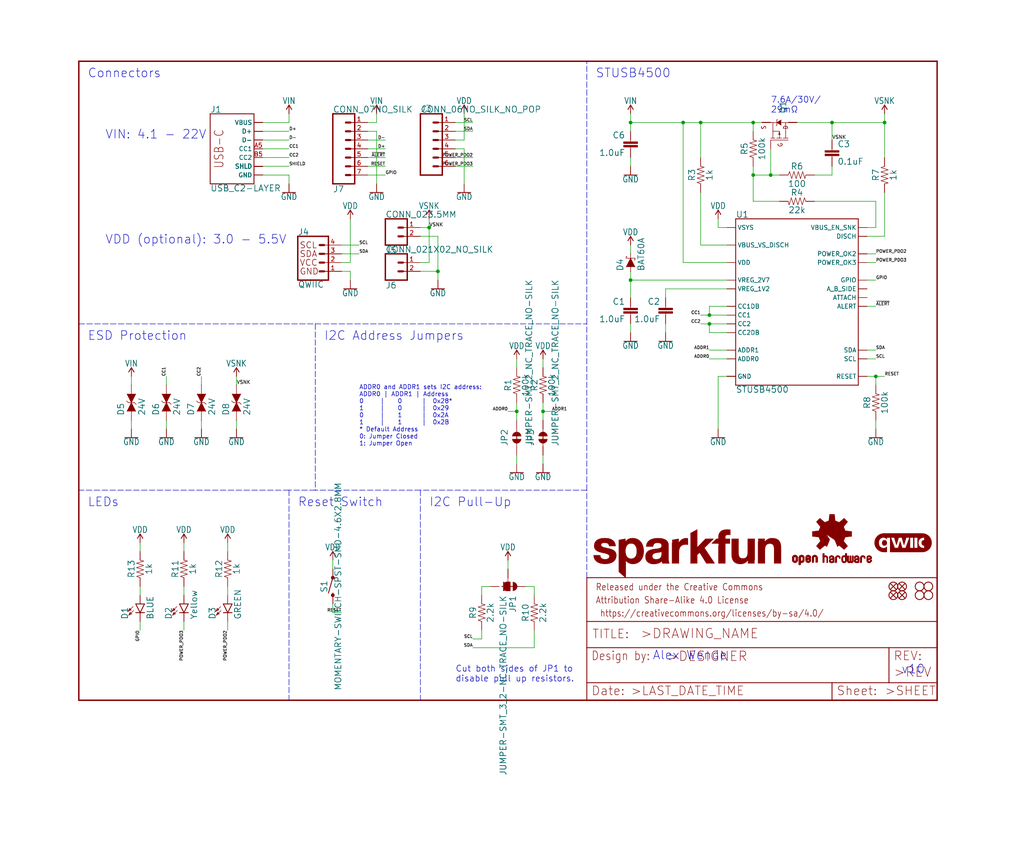
<source format=kicad_sch>
(kicad_sch (version 20211123) (generator eeschema)
  (paper "User" 297.002 245.542)
  (lib_symbols
    (symbol "schematicEagle-eagle-import:0.1UF-0603-100V-10%"
      (property "Reference" "C" (at 1.524 2.921 0))
      (property "Value" "0.1UF-0603-100V-10%" (at 1.524 -2.159 0))
      (symbol "0.1UF-0603-100V-10%_1_0"
        (pin passive line (at 0 5.08 270) (length 2.54) (name "1") (number "1"))
        (pin passive line (at 0 -2.54 90) (length 2.54) (name "2") (number "2"))
      )
    )
    (symbol "schematicEagle-eagle-import:1.0UF-0603-16V-10%"
      (property "Reference" "C" (at 1.524 2.921 0))
      (property "Value" "1.0UF-0603-16V-10%" (at 1.524 -2.159 0))
      (symbol "1.0UF-0603-16V-10%_1_0"
        (pin passive line (at 0 5.08 270) (length 2.54) (name "1") (number "1"))
        (pin passive line (at 0 -2.54 90) (length 2.54) (name "2") (number "2"))
      )
    )
    (symbol "schematicEagle-eagle-import:100KOHM-0603-1{slash}10W-1%"
      (property "Reference" "R" (at 0 1.524 0))
      (property "Value" "100KOHM-0603-1{slash}10W-1%" (at 0 -1.524 0))
      (symbol "100KOHM-0603-1{slash}10W-1%_1_0"
        (pin passive line (at -5.08 0 0) (length 2.54) (name "1") (number "1"))
        (pin passive line (at 5.08 0 180) (length 2.54) (name "2") (number "2"))
      )
    )
    (symbol "schematicEagle-eagle-import:100OHM-0603-1{slash}10W-1%"
      (property "Reference" "R" (at 0 1.524 0))
      (property "Value" "100OHM-0603-1{slash}10W-1%" (at 0 -1.524 0))
      (symbol "100OHM-0603-1{slash}10W-1%_1_0"
        (pin passive line (at -5.08 0 0) (length 2.54) (name "1") (number "1"))
        (pin passive line (at 5.08 0 180) (length 2.54) (name "2") (number "2"))
      )
    )
    (symbol "schematicEagle-eagle-import:1KOHM-0603-1{slash}10W-1%"
      (property "Reference" "R" (at 0 1.524 0))
      (property "Value" "1KOHM-0603-1{slash}10W-1%" (at 0 -1.524 0))
      (symbol "1KOHM-0603-1{slash}10W-1%_1_0"
        (pin passive line (at -5.08 0 0) (length 2.54) (name "1") (number "1"))
        (pin passive line (at 5.08 0 180) (length 2.54) (name "2") (number "2"))
      )
    )
    (symbol "schematicEagle-eagle-import:2.2KOHM-0603-1{slash}10W-1%"
      (property "Reference" "R" (at 0 1.524 0))
      (property "Value" "2.2KOHM-0603-1{slash}10W-1%" (at 0 -1.524 0))
      (symbol "2.2KOHM-0603-1{slash}10W-1%_1_0"
        (pin passive line (at -5.08 0 0) (length 2.54) (name "1") (number "1"))
        (pin passive line (at 5.08 0 180) (length 2.54) (name "2") (number "2"))
      )
    )
    (symbol "schematicEagle-eagle-import:22KOHM-0603-1{slash}10W-1%"
      (property "Reference" "R" (at 0 1.524 0))
      (property "Value" "22KOHM-0603-1{slash}10W-1%" (at 0 -1.524 0))
      (symbol "22KOHM-0603-1{slash}10W-1%_1_0"
        (pin passive line (at -5.08 0 0) (length 2.54) (name "1") (number "1"))
        (pin passive line (at 5.08 0 180) (length 2.54) (name "2") (number "2"))
      )
    )
    (symbol "schematicEagle-eagle-import:CONN_021X02_NO_SILK"
      (property "Reference" "J" (at -2.54 5.588 0))
      (property "Value" "CONN_021X02_NO_SILK" (at -2.54 -4.826 0))
      (symbol "CONN_021X02_NO_SILK_1_0"
        (pin passive line (at 7.62 0 180) (length 5.08) (name "1") (number "1"))
        (pin passive line (at 7.62 2.54 180) (length 5.08) (name "2") (number "2"))
      )
    )
    (symbol "schematicEagle-eagle-import:CONN_023.5MM"
      (property "Reference" "J" (at -2.54 5.588 0))
      (property "Value" "CONN_023.5MM" (at -2.54 -4.826 0))
      (symbol "CONN_023.5MM_1_0"
        (pin passive line (at 7.62 0 180) (length 5.08) (name "1") (number "1"))
        (pin passive line (at 7.62 2.54 180) (length 5.08) (name "2") (number "2"))
      )
    )
    (symbol "schematicEagle-eagle-import:CONN_06NO_SILK_NO_POP"
      (property "Reference" "J" (at -5.08 10.668 0))
      (property "Value" "CONN_06NO_SILK_NO_POP" (at -5.08 -9.906 0))
      (symbol "CONN_06NO_SILK_NO_POP_1_0"
        (pin passive line (at 5.08 -5.08 180) (length 5.08) (name "1") (number "1"))
        (pin passive line (at 5.08 -2.54 180) (length 5.08) (name "2") (number "2"))
        (pin passive line (at 5.08 0 180) (length 5.08) (name "3") (number "3"))
        (pin passive line (at 5.08 2.54 180) (length 5.08) (name "4") (number "4"))
        (pin passive line (at 5.08 5.08 180) (length 5.08) (name "5") (number "5"))
        (pin passive line (at 5.08 7.62 180) (length 5.08) (name "6") (number "6"))
      )
    )
    (symbol "schematicEagle-eagle-import:CONN_07NO_SILK"
      (property "Reference" "J" (at -5.08 13.208 0))
      (property "Value" "CONN_07NO_SILK" (at -5.08 -9.906 0))
      (symbol "CONN_07NO_SILK_1_0"
        (pin passive line (at 5.08 -5.08 180) (length 5.08) (name "1") (number "1"))
        (pin passive line (at 5.08 -2.54 180) (length 5.08) (name "2") (number "2"))
        (pin passive line (at 5.08 0 180) (length 5.08) (name "3") (number "3"))
        (pin passive line (at 5.08 2.54 180) (length 5.08) (name "4") (number "4"))
        (pin passive line (at 5.08 5.08 180) (length 5.08) (name "5") (number "5"))
        (pin passive line (at 5.08 7.62 180) (length 5.08) (name "6") (number "6"))
        (pin passive line (at 5.08 10.16 180) (length 5.08) (name "7") (number "7"))
      )
    )
    (symbol "schematicEagle-eagle-import:DIODE-SCHOTTKY-BAT60A"
      (property "Reference" "D" (at -2.54 2.032 0))
      (property "Value" "DIODE-SCHOTTKY-BAT60A" (at -2.54 -2.032 0))
      (symbol "DIODE-SCHOTTKY-BAT60A_1_0"
        (pin passive line (at -2.54 0 0) (length 0) (name "A") (number "A"))
        (pin passive line (at 2.54 0 180) (length 0) (name "C") (number "C"))
      )
    )
    (symbol "schematicEagle-eagle-import:DIODE_TVS"
      (property "Reference" "D" (at -3.81 2.032 0))
      (property "Value" "DIODE_TVS" (at -3.81 -2.032 0))
      (symbol "DIODE_TVS_1_0"
        (pin passive line (at -5.08 0 0) (length 0) (name "A") (number "1"))
        (pin passive line (at 5.08 0 180) (length 0) (name "C") (number "2"))
      )
    )
    (symbol "schematicEagle-eagle-import:FIDUCIALUFIDUCIAL")
    (symbol "schematicEagle-eagle-import:FRAME-LETTER"
      (symbol "FRAME-LETTER_2_0"
        (text " https://creativecommons.org/licenses/by-sa/4.0/" (at 2.54 24.13 0) (effects (font (size 1.9304 1.6408)) (justify left bottom)))
        (text ">DESIGNER" (at 23.114 11.176 0) (effects (font (size 2.7432 2.7432)) (justify left bottom)))
        (text ">DRAWING_NAME" (at 15.494 17.78 0) (effects (font (size 2.7432 2.7432)) (justify left bottom)))
        (text ">LAST_DATE_TIME" (at 12.7 1.27 0) (effects (font (size 2.54 2.54)) (justify left bottom)))
        (text ">REV" (at 88.9 6.604 0) (effects (font (size 2.7432 2.7432)) (justify left bottom)))
        (text ">SHEET" (at 86.36 1.27 0) (effects (font (size 2.54 2.54)) (justify left bottom)))
        (text "Attribution Share-Alike 4.0 License" (at 2.54 27.94 0) (effects (font (size 1.9304 1.6408)) (justify left bottom)))
        (text "Date:" (at 1.27 1.27 0) (effects (font (size 2.54 2.54)) (justify left bottom)))
        (text "Design by:" (at 1.27 11.43 0) (effects (font (size 2.54 2.159)) (justify left bottom)))
        (text "Released under the Creative Commons" (at 2.54 31.75 0) (effects (font (size 1.9304 1.6408)) (justify left bottom)))
        (text "REV:" (at 88.9 11.43 0) (effects (font (size 2.54 2.54)) (justify left bottom)))
        (text "Sheet:" (at 72.39 1.27 0) (effects (font (size 2.54 2.54)) (justify left bottom)))
        (text "TITLE:" (at 1.524 17.78 0) (effects (font (size 2.54 2.54)) (justify left bottom)))
      )
    )
    (symbol "schematicEagle-eagle-import:GND" (power)
      (property "Value" "GND" (at 0 -0.254 0))
      (symbol "GND_1_0"
        (pin power_in line (at 0 2.54 270) (length 2.54) (name "GND") (number "1"))
      )
    )
    (symbol "schematicEagle-eagle-import:JUMPER-SMT_2_NC_TRACE_NO-SILK"
      (property "Reference" "JP" (at -2.54 2.54 0))
      (property "Value" "JUMPER-SMT_2_NC_TRACE_NO-SILK" (at -2.54 -2.54 0))
      (symbol "JUMPER-SMT_2_NC_TRACE_NO-SILK_1_0"
        (pin passive line (at -5.08 0 0) (length 2.54) (name "1") (number "1"))
        (pin passive line (at 5.08 0 180) (length 2.54) (name "2") (number "2"))
      )
    )
    (symbol "schematicEagle-eagle-import:JUMPER-SMT_3_2-NC_TRACE_NO-SILK"
      (property "Reference" "JP" (at 2.54 0.381 0))
      (property "Value" "JUMPER-SMT_3_2-NC_TRACE_NO-SILK" (at 2.54 -0.381 0))
      (symbol "JUMPER-SMT_3_2-NC_TRACE_NO-SILK_1_0"
        (pin passive line (at 0 5.08 270) (length 2.54) (name "1") (number "1"))
        (pin passive line (at -5.08 0 0) (length 2.54) (name "2") (number "2"))
        (pin passive line (at 0 -5.08 90) (length 2.54) (name "3") (number "3"))
      )
    )
    (symbol "schematicEagle-eagle-import:LED-BLUE0603"
      (property "Reference" "D" (at -3.429 -4.572 90))
      (property "Value" "LED-BLUE0603" (at 1.905 -4.572 90))
      (symbol "LED-BLUE0603_1_0"
        (pin passive line (at 0 2.54 270) (length 2.54) (name "A") (number "A"))
        (pin passive line (at 0 -5.08 90) (length 2.54) (name "C") (number "C"))
      )
    )
    (symbol "schematicEagle-eagle-import:LED-GREEN0603"
      (property "Reference" "D" (at -3.429 -4.572 90))
      (property "Value" "LED-GREEN0603" (at 1.905 -4.572 90))
      (symbol "LED-GREEN0603_1_0"
        (pin passive line (at 0 2.54 270) (length 2.54) (name "A") (number "A"))
        (pin passive line (at 0 -5.08 90) (length 2.54) (name "C") (number "C"))
      )
    )
    (symbol "schematicEagle-eagle-import:LED-YELLOW0603"
      (property "Reference" "D" (at -3.429 -4.572 90))
      (property "Value" "LED-YELLOW0603" (at 1.905 -4.572 90))
      (symbol "LED-YELLOW0603_1_0"
        (pin passive line (at 0 2.54 270) (length 2.54) (name "A") (number "A"))
        (pin passive line (at 0 -5.08 90) (length 2.54) (name "C") (number "C"))
      )
    )
    (symbol "schematicEagle-eagle-import:MOMENTARY-SWITCH-SPST-SMD-4.6X2.8MM"
      (property "Reference" "S" (at 0 1.524 0))
      (property "Value" "MOMENTARY-SWITCH-SPST-SMD-4.6X2.8MM" (at 0 -0.508 0))
      (symbol "MOMENTARY-SWITCH-SPST-SMD-4.6X2.8MM_1_0"
        (pin passive line (at -5.08 0 0) (length 2.54) (name "1") (number "1"))
        (pin passive line (at -5.08 0 0) (length 2.54) (name "1") (number "2"))
        (pin passive line (at 5.08 0 180) (length 2.54) (name "2") (number "3"))
        (pin passive line (at 5.08 0 180) (length 2.54) (name "2") (number "4"))
      )
    )
    (symbol "schematicEagle-eagle-import:MOSFET_PCH-STL9P3LLH6"
      (property "Reference" "Q" (at 5.08 0 0))
      (property "Value" "MOSFET_PCH-STL9P3LLH6" (at 5.08 -2.54 0))
      (symbol "MOSFET_PCH-STL9P3LLH6_1_0"
        (text "D" (at 0.508 2.54 0) (effects (font (size 1.27 1.0795)) (justify left bottom)))
        (text "G" (at -3.302 -0.508 0) (effects (font (size 1.27 1.0795)) (justify right top)))
        (text "S" (at 0.508 -3.81 0) (effects (font (size 1.27 1.0795)) (justify left bottom)))
        (pin bidirectional line (at 2.54 -5.08 90) (length 2.54) (name "S") (number "1"))
        (pin bidirectional line (at 2.54 -5.08 90) (length 2.54) (name "S") (number "2"))
        (pin bidirectional line (at 2.54 -5.08 90) (length 2.54) (name "S") (number "3"))
        (pin bidirectional line (at -5.08 -2.54 0) (length 2.54) (name "G") (number "4"))
        (pin bidirectional line (at 2.54 5.08 270) (length 2.54) (name "D") (number "5@1"))
        (pin bidirectional line (at 2.54 5.08 270) (length 2.54) (name "D") (number "5@2"))
        (pin bidirectional line (at 2.54 5.08 270) (length 2.54) (name "D") (number "5@3"))
      )
    )
    (symbol "schematicEagle-eagle-import:OSHW-LOGOS")
    (symbol "schematicEagle-eagle-import:QWIIC_CONNECTORJS-1MM"
      (property "Reference" "J" (at -5.08 7.874 0))
      (property "Value" "QWIIC_CONNECTORJS-1MM" (at -5.08 -5.334 0))
      (symbol "QWIIC_CONNECTORJS-1MM_1_0"
        (text "GND" (at -4.572 -2.54 0) (effects (font (size 1.778 1.778)) (justify left)))
        (text "SCL" (at -4.572 5.08 0) (effects (font (size 1.778 1.778)) (justify left)))
        (text "SDA" (at -4.572 2.54 0) (effects (font (size 1.778 1.778)) (justify left)))
        (text "VCC" (at -4.572 0 0) (effects (font (size 1.778 1.778)) (justify left)))
        (pin power_in line (at 7.62 -2.54 180) (length 5.08) (name "1") (number "1"))
        (pin power_in line (at 7.62 0 180) (length 5.08) (name "2") (number "2"))
        (pin passive line (at 7.62 2.54 180) (length 5.08) (name "3") (number "3"))
        (pin passive line (at 7.62 5.08 180) (length 5.08) (name "4") (number "4"))
      )
    )
    (symbol "schematicEagle-eagle-import:QWIIC_LOGO_5MM")
    (symbol "schematicEagle-eagle-import:SFE_LOGO_NAME.1_INCH")
    (symbol "schematicEagle-eagle-import:STAND-OFF")
    (symbol "schematicEagle-eagle-import:STUSB4500"
      (property "Reference" "U" (at -17.78 23.114 0))
      (property "Value" "STUSB4500" (at -17.78 -25.654 0))
      (symbol "STUSB4500_1_0"
        (pin bidirectional line (at -20.32 -2.54 0) (length 2.54) (name "CC1DB") (number "P$1"))
        (pin bidirectional line (at -20.32 -22.86 0) (length 2.54) (name "GND") (number "P$10"))
        (pin bidirectional line (at 20.32 0 180) (length 2.54) (name "ATTACH") (number "P$11"))
        (pin bidirectional line (at -20.32 -17.78 0) (length 2.54) (name "ADDR0") (number "P$12"))
        (pin bidirectional line (at -20.32 -15.24 0) (length 2.54) (name "ADDR1") (number "P$13"))
        (pin bidirectional line (at 20.32 10.16 180) (length 2.54) (name "POWER_OK3") (number "P$14"))
        (pin bidirectional line (at 20.32 5.08 180) (length 2.54) (name "GPIO") (number "P$15"))
        (pin bidirectional line (at 20.32 20.32 180) (length 2.54) (name "VBUS_EN_SNK") (number "P$16"))
        (pin bidirectional line (at 20.32 2.54 180) (length 2.54) (name "A_B_SIDE") (number "P$17"))
        (pin bidirectional line (at -20.32 15.24 0) (length 2.54) (name "VBUS_VS_DISCH") (number "P$18"))
        (pin bidirectional line (at 20.32 -2.54 180) (length 2.54) (name "ALERT") (number "P$19"))
        (pin bidirectional line (at -20.32 -5.08 0) (length 2.54) (name "CC1") (number "P$2"))
        (pin bidirectional line (at 20.32 12.7 180) (length 2.54) (name "POWER_OK2") (number "P$20"))
        (pin bidirectional line (at -20.32 2.54 0) (length 2.54) (name "VREG_1V2") (number "P$21"))
        (pin bidirectional line (at -20.32 20.32 0) (length 2.54) (name "VSYS") (number "P$22"))
        (pin bidirectional line (at -20.32 5.08 0) (length 2.54) (name "VREG_2V7") (number "P$23"))
        (pin bidirectional line (at -20.32 10.16 0) (length 2.54) (name "VDD") (number "P$24"))
        (pin bidirectional line (at -20.32 -22.86 0) (length 2.54) (name "GND") (number "P$25"))
        (pin bidirectional line (at -20.32 -7.62 0) (length 2.54) (name "CC2") (number "P$4"))
        (pin bidirectional line (at -20.32 -10.16 0) (length 2.54) (name "CC2DB") (number "P$5"))
        (pin bidirectional line (at 20.32 -22.86 180) (length 2.54) (name "RESET") (number "P$6"))
        (pin bidirectional line (at 20.32 -17.78 180) (length 2.54) (name "SCL") (number "P$7"))
        (pin bidirectional line (at 20.32 -15.24 180) (length 2.54) (name "SDA") (number "P$8"))
        (pin bidirectional line (at 20.32 17.78 180) (length 2.54) (name "DISCH") (number "P$9"))
      )
    )
    (symbol "schematicEagle-eagle-import:USB_C2-LAYER"
      (property "Reference" "J" (at -2.54 10.414 0))
      (property "Value" "USB_C2-LAYER" (at -2.54 -12.446 0))
      (symbol "USB_C2-LAYER_1_0"
        (text "USB-C" (at 0 0 900) (effects (font (size 2.54 2.159))))
        (pin bidirectional line (at 12.7 0 180) (length 2.54) (name "CC1") (number "A5"))
        (pin bidirectional line (at 12.7 5.08 180) (length 2.54) (name "D+") (number "A6"))
        (pin bidirectional line (at 12.7 2.54 180) (length 2.54) (name "D-") (number "A7"))
        (pin bidirectional line (at 12.7 -2.54 180) (length 2.54) (name "CC2") (number "B5"))
        (pin bidirectional line (at 12.7 5.08 180) (length 2.54) (name "D+") (number "B6"))
        (pin bidirectional line (at 12.7 2.54 180) (length 2.54) (name "D-") (number "B7"))
        (pin bidirectional line (at 12.7 -7.62 180) (length 2.54) (name "GND") (number "GND"))
        (pin bidirectional line (at 12.7 -7.62 180) (length 2.54) (name "GND") (number "GND2"))
        (pin bidirectional line (at 12.7 -5.08 180) (length 2.54) (name "SHLD") (number "SHLD1"))
        (pin bidirectional line (at 12.7 -5.08 180) (length 2.54) (name "SHLD") (number "SHLD2"))
        (pin bidirectional line (at 12.7 -5.08 180) (length 2.54) (name "SHLD") (number "SHLD3"))
        (pin bidirectional line (at 12.7 -5.08 180) (length 2.54) (name "SHLD") (number "SHLD4"))
        (pin bidirectional line (at 12.7 -5.08 180) (length 2.54) (name "SHLD") (number "SHLD5"))
        (pin bidirectional line (at 12.7 -5.08 180) (length 2.54) (name "SHLD") (number "SHLD6"))
        (pin bidirectional line (at 12.7 -5.08 180) (length 2.54) (name "SHLD") (number "SHLD7"))
        (pin bidirectional line (at 12.7 -5.08 180) (length 2.54) (name "SHLD") (number "SHLD8"))
        (pin bidirectional line (at 12.7 7.62 180) (length 2.54) (name "VBUS") (number "VBUS1"))
        (pin bidirectional line (at 12.7 7.62 180) (length 2.54) (name "VBUS") (number "VBUS2"))
      )
    )
    (symbol "schematicEagle-eagle-import:VDD" (power)
      (property "Value" "VDD" (at 0 2.794 0))
      (symbol "VDD_1_0"
        (pin power_in line (at 0 0 90) (length 2.54) (name "VDD") (number "1"))
      )
    )
    (symbol "schematicEagle-eagle-import:VIN" (power)
      (property "Value" "VIN" (at 0 2.794 0))
      (symbol "VIN_1_0"
        (pin power_in line (at 0 0 90) (length 2.54) (name "VIN") (number "1"))
      )
    )
    (symbol "schematicEagle-eagle-import:VOUT" (power)
      (property "Value" "VOUT" (at 0 2.794 0))
      (symbol "VOUT_1_0"
        (pin power_in line (at 0 0 90) (length 2.54) (name "VOUT") (number "1"))
      )
    )
  )
  (junction (at 203.2 35.56))
  (junction (at 218.44 35.56))
  (junction (at 149.86 119.38))
  (junction (at 218.44 50.8))
  (junction (at 157.48 119.38))
  (junction (at 223.52 50.8))
  (junction (at 241.3 35.56))
  (junction (at 205.74 91.44))
  (junction (at 256.54 35.56))
  (junction (at 182.88 81.28))
  (junction (at 182.88 35.56))
  (junction (at 254 109.22))
  (junction (at 124.46 66.04))
  (junction (at 127 78.74))
  (junction (at 198.12 35.56))
  (junction (at 205.74 93.98))
  (wire (pts (xy 106.68 48.26) (xy 111.76 48.26)))
  (wire (pts (xy 210.82 71.12) (xy 203.2 71.12)))
  (polyline (pts (xy 83.82 142.24) (xy 83.82 203.2)))
  (wire (pts (xy 124.46 66.04) (xy 124.46 63.5)))
  (wire (pts (xy 48.26 111.76) (xy 48.26 109.22)))
  (wire (pts (xy 99.06 73.66) (xy 104.14 73.66)))
  (wire (pts (xy 99.06 78.74) (xy 101.6 78.74)))
  (wire (pts (xy 241.3 40.64) (xy 241.3 35.56)))
  (polyline (pts (xy 83.82 142.24) (xy 22.86 142.24)))
  (wire (pts (xy 76.2 38.1) (xy 83.82 38.1)))
  (wire (pts (xy 53.34 170.18) (xy 53.34 172.72)))
  (wire (pts (xy 210.82 66.04) (xy 208.28 66.04)))
  (wire (pts (xy 121.92 68.58) (xy 127 68.58)))
  (wire (pts (xy 106.68 40.64) (xy 111.76 40.64)))
  (wire (pts (xy 38.1 111.76) (xy 38.1 109.22)))
  (wire (pts (xy 182.88 81.28) (xy 182.88 78.74)))
  (wire (pts (xy 109.22 33.02) (xy 109.22 35.56)))
  (wire (pts (xy 193.04 83.82) (xy 193.04 86.36)))
  (wire (pts (xy 210.82 104.14) (xy 205.74 104.14)))
  (wire (pts (xy 132.08 38.1) (xy 137.16 38.1)))
  (wire (pts (xy 152.4 170.18) (xy 154.94 170.18)))
  (wire (pts (xy 149.86 132.08) (xy 149.86 134.62)))
  (wire (pts (xy 193.04 93.98) (xy 193.04 96.52)))
  (wire (pts (xy 256.54 55.88) (xy 256.54 68.58)))
  (polyline (pts (xy 91.44 93.98) (xy 170.18 93.98)))
  (wire (pts (xy 142.24 170.18) (xy 139.7 170.18)))
  (wire (pts (xy 205.74 88.9) (xy 210.82 88.9)))
  (wire (pts (xy 182.88 71.12) (xy 182.88 73.66)))
  (wire (pts (xy 157.48 119.38) (xy 160.02 119.38)))
  (wire (pts (xy 83.82 35.56) (xy 83.82 33.02)))
  (wire (pts (xy 48.26 121.92) (xy 48.26 124.46)))
  (wire (pts (xy 210.82 101.6) (xy 205.74 101.6)))
  (wire (pts (xy 76.2 40.64) (xy 83.82 40.64)))
  (wire (pts (xy 68.58 111.76) (xy 68.58 109.22)))
  (wire (pts (xy 66.04 157.48) (xy 66.04 160.02)))
  (wire (pts (xy 182.88 81.28) (xy 210.82 81.28)))
  (wire (pts (xy 241.3 35.56) (xy 231.14 35.56)))
  (wire (pts (xy 147.32 165.1) (xy 147.32 162.56)))
  (wire (pts (xy 223.52 43.18) (xy 223.52 50.8)))
  (wire (pts (xy 218.44 35.56) (xy 203.2 35.56)))
  (wire (pts (xy 127 68.58) (xy 127 78.74)))
  (wire (pts (xy 76.2 48.26) (xy 83.82 48.26)))
  (wire (pts (xy 251.46 76.2) (xy 254 76.2)))
  (wire (pts (xy 139.7 182.88) (xy 139.7 185.42)))
  (wire (pts (xy 121.92 78.74) (xy 127 78.74)))
  (wire (pts (xy 38.1 121.92) (xy 38.1 124.46)))
  (wire (pts (xy 182.88 33.02) (xy 182.88 35.56)))
  (wire (pts (xy 106.68 35.56) (xy 109.22 35.56)))
  (wire (pts (xy 76.2 43.18) (xy 83.82 43.18)))
  (wire (pts (xy 99.06 76.2) (xy 101.6 76.2)))
  (wire (pts (xy 254 109.22) (xy 254 111.76)))
  (wire (pts (xy 157.48 116.84) (xy 157.48 119.38)))
  (wire (pts (xy 226.06 58.42) (xy 218.44 58.42)))
  (wire (pts (xy 254 121.92) (xy 254 124.46)))
  (wire (pts (xy 203.2 71.12) (xy 203.2 55.88)))
  (wire (pts (xy 106.68 38.1) (xy 109.22 38.1)))
  (wire (pts (xy 66.04 180.34) (xy 66.04 182.88)))
  (polyline (pts (xy 22.86 93.98) (xy 91.44 93.98)))
  (wire (pts (xy 58.42 111.76) (xy 58.42 109.22)))
  (wire (pts (xy 121.92 66.04) (xy 124.46 66.04)))
  (wire (pts (xy 66.04 170.18) (xy 66.04 172.72)))
  (polyline (pts (xy 121.92 142.24) (xy 121.92 203.2)))
  (wire (pts (xy 182.88 93.98) (xy 182.88 96.52)))
  (wire (pts (xy 218.44 38.1) (xy 218.44 35.56)))
  (wire (pts (xy 210.82 83.82) (xy 193.04 83.82)))
  (wire (pts (xy 256.54 35.56) (xy 241.3 35.56)))
  (wire (pts (xy 83.82 50.8) (xy 83.82 53.34)))
  (polyline (pts (xy 170.18 142.24) (xy 121.92 142.24)))
  (wire (pts (xy 218.44 50.8) (xy 218.44 48.26)))
  (wire (pts (xy 109.22 38.1) (xy 109.22 53.34)))
  (polyline (pts (xy 91.44 142.24) (xy 83.82 142.24)))
  (wire (pts (xy 40.64 170.18) (xy 40.64 172.72)))
  (wire (pts (xy 76.2 45.72) (xy 83.82 45.72)))
  (wire (pts (xy 223.52 50.8) (xy 226.06 50.8)))
  (wire (pts (xy 40.64 180.34) (xy 40.64 182.88)))
  (wire (pts (xy 205.74 93.98) (xy 203.2 93.98)))
  (wire (pts (xy 254 66.04) (xy 254 58.42)))
  (wire (pts (xy 210.82 91.44) (xy 205.74 91.44)))
  (wire (pts (xy 223.52 50.8) (xy 218.44 50.8)))
  (wire (pts (xy 251.46 66.04) (xy 254 66.04)))
  (wire (pts (xy 132.08 45.72) (xy 137.16 45.72)))
  (wire (pts (xy 241.3 50.8) (xy 241.3 48.26)))
  (wire (pts (xy 157.48 132.08) (xy 157.48 134.62)))
  (wire (pts (xy 68.58 121.92) (xy 68.58 124.46)))
  (wire (pts (xy 256.54 35.56) (xy 256.54 33.02)))
  (wire (pts (xy 182.88 86.36) (xy 182.88 81.28)))
  (wire (pts (xy 139.7 185.42) (xy 137.16 185.42)))
  (polyline (pts (xy 170.18 167.64) (xy 170.18 142.24)))
  (wire (pts (xy 205.74 91.44) (xy 205.74 88.9)))
  (wire (pts (xy 53.34 180.34) (xy 53.34 182.88)))
  (wire (pts (xy 53.34 157.48) (xy 53.34 160.02)))
  (wire (pts (xy 251.46 81.28) (xy 254 81.28)))
  (wire (pts (xy 208.28 66.04) (xy 208.28 63.5)))
  (wire (pts (xy 182.88 45.72) (xy 182.88 48.26)))
  (wire (pts (xy 251.46 104.14) (xy 254 104.14)))
  (wire (pts (xy 210.82 76.2) (xy 198.12 76.2)))
  (wire (pts (xy 106.68 45.72) (xy 111.76 45.72)))
  (wire (pts (xy 256.54 45.72) (xy 256.54 35.56)))
  (wire (pts (xy 198.12 35.56) (xy 182.88 35.56)))
  (wire (pts (xy 254 58.42) (xy 236.22 58.42)))
  (wire (pts (xy 40.64 157.48) (xy 40.64 160.02)))
  (wire (pts (xy 157.48 104.14) (xy 157.48 106.68)))
  (wire (pts (xy 256.54 68.58) (xy 251.46 68.58)))
  (wire (pts (xy 157.48 119.38) (xy 157.48 121.92)))
  (wire (pts (xy 106.68 43.18) (xy 111.76 43.18)))
  (wire (pts (xy 210.82 93.98) (xy 205.74 93.98)))
  (polyline (pts (xy 170.18 93.98) (xy 170.18 17.78)))
  (wire (pts (xy 132.08 40.64) (xy 134.62 40.64)))
  (wire (pts (xy 58.42 121.92) (xy 58.42 124.46)))
  (wire (pts (xy 149.86 116.84) (xy 149.86 119.38)))
  (wire (pts (xy 96.52 177.8) (xy 99.06 177.8)))
  (wire (pts (xy 251.46 88.9) (xy 254 88.9)))
  (wire (pts (xy 124.46 76.2) (xy 124.46 66.04)))
  (wire (pts (xy 205.74 93.98) (xy 205.74 96.52)))
  (wire (pts (xy 132.08 48.26) (xy 137.16 48.26)))
  (wire (pts (xy 101.6 76.2) (xy 101.6 63.5)))
  (wire (pts (xy 96.52 162.56) (xy 96.52 165.1)))
  (polyline (pts (xy 91.44 93.98) (xy 91.44 142.24)))
  (wire (pts (xy 127 78.74) (xy 127 81.28)))
  (wire (pts (xy 149.86 119.38) (xy 149.86 121.92)))
  (wire (pts (xy 218.44 58.42) (xy 218.44 50.8)))
  (wire (pts (xy 154.94 187.96) (xy 137.16 187.96)))
  (wire (pts (xy 236.22 50.8) (xy 241.3 50.8)))
  (wire (pts (xy 132.08 43.18) (xy 134.62 43.18)))
  (wire (pts (xy 149.86 104.14) (xy 149.86 106.68)))
  (wire (pts (xy 182.88 35.56) (xy 182.88 38.1)))
  (wire (pts (xy 76.2 35.56) (xy 83.82 35.56)))
  (wire (pts (xy 154.94 170.18) (xy 154.94 172.72)))
  (wire (pts (xy 132.08 35.56) (xy 137.16 35.56)))
  (wire (pts (xy 198.12 76.2) (xy 198.12 35.56)))
  (wire (pts (xy 203.2 35.56) (xy 198.12 35.56)))
  (wire (pts (xy 96.52 177.8) (xy 96.52 175.26)))
  (wire (pts (xy 208.28 109.22) (xy 208.28 124.46)))
  (polyline (pts (xy 170.18 142.24) (xy 170.18 93.98)))
  (wire (pts (xy 218.44 35.56) (xy 220.98 35.56)))
  (wire (pts (xy 134.62 40.64) (xy 134.62 33.02)))
  (wire (pts (xy 101.6 78.74) (xy 101.6 81.28)))
  (wire (pts (xy 251.46 109.22) (xy 254 109.22)))
  (wire (pts (xy 106.68 50.8) (xy 111.76 50.8)))
  (wire (pts (xy 205.74 96.52) (xy 210.82 96.52)))
  (wire (pts (xy 76.2 50.8) (xy 83.82 50.8)))
  (wire (pts (xy 203.2 45.72) (xy 203.2 35.56)))
  (wire (pts (xy 210.82 109.22) (xy 208.28 109.22)))
  (wire (pts (xy 251.46 73.66) (xy 254 73.66)))
  (polyline (pts (xy 121.92 142.24) (xy 91.44 142.24)))
  (wire (pts (xy 154.94 182.88) (xy 154.94 187.96)))
  (wire (pts (xy 251.46 101.6) (xy 254 101.6)))
  (wire (pts (xy 139.7 170.18) (xy 139.7 172.72)))
  (wire (pts (xy 254 109.22) (xy 256.54 109.22)))
  (wire (pts (xy 121.92 76.2) (xy 124.46 76.2)))
  (wire (pts (xy 134.62 43.18) (xy 134.62 53.34)))
  (wire (pts (xy 205.74 91.44) (xy 203.2 91.44)))
  (wire (pts (xy 149.86 119.38) (xy 147.32 119.38)))
  (wire (pts (xy 99.06 71.12) (xy 104.14 71.12)))
  (text "Cut both sides of JP1 to\ndisable pull up resistors." (at 132.08 198.12 0) (effects (font (size 1.778 1.778)) (justify left bottom)))
  (text "Reset Switch" (at 86.36 147.32 180) (effects (font (size 2.54 2.54)) (justify left bottom)))
  (text "LEDs" (at 25.4 147.32 180) (effects (font (size 2.54 2.54)) (justify left bottom)))
  (text "STUSB4500" (at 172.72 22.86 180) (effects (font (size 2.54 2.54)) (justify left bottom)))
  (text "Alex Wende" (at 189.23 191.77 180) (effects (font (size 2.54 2.54)) (justify left bottom)))
  (text "I2C Pull-Up" (at 124.46 147.32 180) (effects (font (size 2.54 2.54)) (justify left bottom)))
  (text "ESD Protection" (at 25.4 99.06 180) (effects (font (size 2.54 2.54)) (justify left bottom)))
  (text "I2C Address Jumpers" (at 93.98 99.06 180) (effects (font (size 2.54 2.54)) (justify left bottom)))
  (text "Connectors" (at 25.4 22.86 180) (effects (font (size 2.54 2.54)) (justify left bottom)))
  (text "7.6A/30V/\n29mΩ" (at 223.52 33.02 180) (effects (font (size 1.778 1.778)) (justify left bottom)))
  (text "ADDR0 and ADDR1 sets I2C address:\nADDR0 | ADDR1 | Address\n0     |    0      |  0x28*\n1     |    0      |  0x29\n0     |    1      |  0x2A\n1     |    1      |  0x2B\n* Default Address\n0: Jumper Closed\n1: Jumper Open" (at 104.14 111.76 0) (effects (font (size 1.27 1.27)) (justify left top)))
  (text "VDD (optional): 3.0 - 5.5V" (at 30.48 71.12 180) (effects (font (size 2.54 2.54)) (justify left bottom)))
  (text "VIN: 4.1 - 22V" (at 30.48 40.64 180) (effects (font (size 2.54 2.54)) (justify left bottom)))
  (text "v10" (at 261.366 195.834 180) (effects (font (size 2.54 2.54)) (justify left bottom)))
  (label "POWER_PDO2" (at 254 73.66 0) (effects (font (size 0.889 0.889))))
  (label "CC1" (at 83.82 43.18 0) (effects (font (size 0.889 0.889))))
  (label "VSNK" (at 241.3 40.64 0) (effects (font (size 1.016 1.016))))
  (label "VSNK" (at 68.58 111.76 0) (effects (font (size 1.016 1.016))))
  (label "SHIELD" (at 83.82 48.26 0) (effects (font (size 0.889 0.889))))
  (label "ADDR1" (at 205.74 101.6 180) (effects (font (size 0.889 0.889))))
  (label "SCL" (at 137.16 35.56 180) (effects (font (size 0.889 0.889))))
  (label "GPIO" (at 111.76 50.8 0) (effects (font (size 0.889 0.889))))
  (label "ADDR0" (at 205.74 104.14 180) (effects (font (size 0.889 0.889))))
  (label "POWER_PDO3" (at 254 76.2 0) (effects (font (size 0.889 0.889))))
  (label "POWER_PDO2" (at 137.16 45.72 180) (effects (font (size 0.889 0.889))))
  (label "SDA" (at 137.16 187.96 180) (effects (font (size 0.889 0.889))))
  (label "GPIO" (at 254 81.28 0) (effects (font (size 0.889 0.889))))
  (label "SDA" (at 104.14 73.66 0) (effects (font (size 0.889 0.889))))
  (label "POWER_PDO3" (at 137.16 48.26 180) (effects (font (size 0.889 0.889))))
  (label "CC2" (at 58.42 109.22 90) (effects (font (size 0.889 0.889))))
  (label "D+" (at 83.82 38.1 0) (effects (font (size 0.889 0.889))))
  (label "SCL" (at 254 104.14 0) (effects (font (size 0.889 0.889))))
  (label "POWER_PDO2" (at 66.04 182.88 270) (effects (font (size 0.889 0.889))))
  (label "D+" (at 111.76 43.18 180) (effects (font (size 0.889 0.889))))
  (label "D-" (at 83.82 40.64 0) (effects (font (size 0.889 0.889))))
  (label "CC1" (at 48.26 109.22 90) (effects (font (size 0.889 0.889))))
  (label "SCL" (at 104.14 71.12 0) (effects (font (size 0.889 0.889))))
  (label "~{ALERT}" (at 111.76 45.72 180) (effects (font (size 0.889 0.889))))
  (label "ADDR0" (at 147.32 119.38 180) (effects (font (size 0.889 0.889))))
  (label "RESET" (at 111.76 48.26 180) (effects (font (size 0.889 0.889))))
  (label "CC2" (at 83.82 45.72 0) (effects (font (size 0.889 0.889))))
  (label "CC1" (at 203.2 91.44 180) (effects (font (size 0.889 0.889))))
  (label "ADDR1" (at 160.02 119.38 0) (effects (font (size 0.889 0.889))))
  (label "RESET" (at 256.54 109.22 0) (effects (font (size 0.889 0.889))))
  (label "SDA" (at 137.16 38.1 180) (effects (font (size 0.889 0.889))))
  (label "VSNK" (at 124.46 66.04 0) (effects (font (size 1.016 1.016))))
  (label "SCL" (at 137.16 185.42 180) (effects (font (size 0.889 0.889))))
  (label "~{ALERT}" (at 254 88.9 0) (effects (font (size 0.889 0.889))))
  (label "SDA" (at 254 101.6 0) (effects (font (size 0.889 0.889))))
  (label "RESET" (at 99.06 177.8 180) (effects (font (size 0.889 0.889))))
  (label "POWER_PDO3" (at 53.34 182.88 270) (effects (font (size 0.889 0.889))))
  (label "GPIO" (at 40.64 182.88 270) (effects (font (size 0.889 0.889))))
  (label "CC2" (at 203.2 93.98 180) (effects (font (size 0.889 0.889))))
  (label "D-" (at 111.76 40.64 180) (effects (font (size 0.889 0.889))))
  (symbol (lib_id "schematicEagle-eagle-import:MOSFET_PCH-STL9P3LLH6") (at 226.06 38.1 270) (mirror x) (unit 1)
    (property "Reference" "Q1" (at 226.06 33.02 0) (effects (font (size 1.778 1.778)) (justify left bottom)))
    (property "Value" "9A/30V/15mΩ" (effects hide))
    (property "Footprint" "schematicEagle:8-POWERVDFN-3X3" (effects hide))
  )
  (symbol (lib_id "schematicEagle-eagle-import:JUMPER-SMT_2_NC_TRACE_NO-SILK") (at 149.86 127 90) (unit 1)
    (property "Reference" "JP2" (at 147.32 129.54 0) (effects (font (size 1.778 1.778)) (justify left bottom)))
    (property "Value" "JUMPER-SMT_2_NC_TRACE_NO-SILK" (at 152.4 129.54 0) (effects (font (size 1.778 1.778)) (justify left top)))
    (property "Footprint" "schematicEagle:SMT-JUMPER_2_NC_TRACE_NO-SILK" (effects hide))
  )
  (symbol (lib_id "schematicEagle-eagle-import:1.0UF-0603-16V-10%") (at 193.04 91.44 0) (mirror y) (unit 1)
    (property "Reference" "C2" (at 191.516 88.519 0) (effects (font (size 1.778 1.778)) (justify left bottom)))
    (property "Value" "1.0uF" (at 191.516 93.599 0) (effects (font (size 1.778 1.778)) (justify left bottom)))
    (property "Footprint" "schematicEagle:0603" (effects hide))
  )
  (symbol (lib_id "schematicEagle-eagle-import:DIODE_TVS") (at 68.58 116.84 90) (unit 1)
    (property "Reference" "D8" (at 66.548 120.65 0) (effects (font (size 1.778 1.778)) (justify left bottom)))
    (property "Value" "24V" (at 70.612 120.65 0) (effects (font (size 1.778 1.778)) (justify left top)))
    (property "Footprint" "schematicEagle:0603" (effects hide))
  )
  (symbol (lib_id "schematicEagle-eagle-import:CONN_06NO_SILK_NO_POP") (at 127 40.64 0) (mirror x) (unit 1)
    (property "Reference" "J3" (at 121.92 32.512 0) (effects (font (size 1.778 1.778)) (justify left top)))
    (property "Value" "CONN_06NO_SILK_NO_POP" (at 121.92 30.734 0) (effects (font (size 1.778 1.778)) (justify left bottom)))
    (property "Footprint" "schematicEagle:1X06_NO_SILK" (effects hide))
  )
  (symbol (lib_id "schematicEagle-eagle-import:JUMPER-SMT_2_NC_TRACE_NO-SILK") (at 157.48 127 90) (unit 1)
    (property "Reference" "JP3" (at 154.94 129.54 0) (effects (font (size 1.778 1.778)) (justify left bottom)))
    (property "Value" "JUMPER-SMT_2_NC_TRACE_NO-SILK" (at 160.02 129.54 0) (effects (font (size 1.778 1.778)) (justify left top)))
    (property "Footprint" "schematicEagle:SMT-JUMPER_2_NC_TRACE_NO-SILK" (effects hide))
  )
  (symbol (lib_id "schematicEagle-eagle-import:GND") (at 109.22 55.88 0) (unit 1)
    (property "Reference" "#GND10" (effects hide))
    (property "Value" "GND" (at 109.22 56.134 0) (effects (font (size 1.778 1.5113)) (justify top)))
    (property "Footprint" "schematicEagle:" (effects hide))
  )
  (symbol (lib_id "schematicEagle-eagle-import:GND") (at 38.1 127 0) (unit 1)
    (property "Reference" "#GND21" (effects hide))
    (property "Value" "GND" (at 38.1 127.254 0) (effects (font (size 1.778 1.5113)) (justify top)))
    (property "Footprint" "schematicEagle:" (effects hide))
  )
  (symbol (lib_id "schematicEagle-eagle-import:VDD") (at 157.48 104.14 0) (unit 1)
    (property "Reference" "#SUPPLY19" (effects hide))
    (property "Value" "VDD" (at 157.48 101.346 0) (effects (font (size 1.778 1.5113)) (justify bottom)))
    (property "Footprint" "schematicEagle:" (effects hide))
  )
  (symbol (lib_id "schematicEagle-eagle-import:1.0UF-0603-16V-10%") (at 182.88 91.44 0) (mirror y) (unit 1)
    (property "Reference" "C1" (at 181.356 88.519 0) (effects (font (size 1.778 1.778)) (justify left bottom)))
    (property "Value" "1.0uF" (at 181.356 93.599 0) (effects (font (size 1.778 1.778)) (justify left bottom)))
    (property "Footprint" "schematicEagle:0603" (effects hide))
  )
  (symbol (lib_id "schematicEagle-eagle-import:22KOHM-0603-1{slash}10W-1%") (at 231.14 58.42 0) (mirror y) (unit 1)
    (property "Reference" "R4" (at 231.14 56.896 0) (effects (font (size 1.778 1.778)) (justify bottom)))
    (property "Value" "22k" (at 231.14 59.944 0) (effects (font (size 1.778 1.778)) (justify top)))
    (property "Footprint" "schematicEagle:0603" (effects hide))
  )
  (symbol (lib_id "schematicEagle-eagle-import:100KOHM-0603-1{slash}10W-1%") (at 149.86 111.76 90) (unit 1)
    (property "Reference" "R1" (at 148.336 111.76 0) (effects (font (size 1.778 1.778)) (justify bottom)))
    (property "Value" "100k" (at 151.384 111.76 0) (effects (font (size 1.778 1.778)) (justify top)))
    (property "Footprint" "schematicEagle:0603" (effects hide))
  )
  (symbol (lib_id "schematicEagle-eagle-import:QWIIC_LOGO_5MM") (at 261.874 157.48 0) (unit 1)
    (property "Reference" "LOGO3" (effects hide))
    (property "Value" "QWIIC_LOGO_5MM" (effects hide))
    (property "Footprint" "schematicEagle:QWIIC_5MM" (effects hide))
  )
  (symbol (lib_id "schematicEagle-eagle-import:GND") (at 48.26 127 0) (unit 1)
    (property "Reference" "#GND20" (effects hide))
    (property "Value" "GND" (at 48.26 127.254 0) (effects (font (size 1.778 1.5113)) (justify top)))
    (property "Footprint" "schematicEagle:" (effects hide))
  )
  (symbol (lib_id "schematicEagle-eagle-import:1KOHM-0603-1{slash}10W-1%") (at 256.54 50.8 90) (mirror x) (unit 1)
    (property "Reference" "R7" (at 255.016 50.8 0) (effects (font (size 1.778 1.778)) (justify bottom)))
    (property "Value" "1k" (at 258.064 50.8 0) (effects (font (size 1.778 1.778)) (justify top)))
    (property "Footprint" "schematicEagle:0603" (effects hide))
  )
  (symbol (lib_id "schematicEagle-eagle-import:1KOHM-0603-1{slash}10W-1%") (at 53.34 165.1 90) (unit 1)
    (property "Reference" "R11" (at 51.816 165.1 0) (effects (font (size 1.778 1.778)) (justify bottom)))
    (property "Value" "1k" (at 54.864 165.1 0) (effects (font (size 1.778 1.778)) (justify top)))
    (property "Footprint" "schematicEagle:0603" (effects hide))
  )
  (symbol (lib_id "schematicEagle-eagle-import:VOUT") (at 124.46 63.5 0) (unit 1)
    (property "Reference" "#SUPPLY10" (effects hide))
    (property "Value" "VSNK" (at 124.46 60.706 0) (effects (font (size 1.778 1.5113)) (justify bottom)))
    (property "Footprint" "schematicEagle:" (effects hide))
  )
  (symbol (lib_id "schematicEagle-eagle-import:1KOHM-0603-1{slash}10W-1%") (at 66.04 165.1 90) (unit 1)
    (property "Reference" "R12" (at 64.516 165.1 0) (effects (font (size 1.778 1.778)) (justify bottom)))
    (property "Value" "1k" (at 67.564 165.1 0) (effects (font (size 1.778 1.778)) (justify top)))
    (property "Footprint" "schematicEagle:0603" (effects hide))
  )
  (symbol (lib_id "schematicEagle-eagle-import:1.0UF-0603-16V-10%") (at 182.88 43.18 0) (mirror y) (unit 1)
    (property "Reference" "C6" (at 181.356 40.259 0) (effects (font (size 1.778 1.778)) (justify left bottom)))
    (property "Value" "1.0uF" (at 181.356 45.339 0) (effects (font (size 1.778 1.778)) (justify left bottom)))
    (property "Footprint" "schematicEagle:0603" (effects hide))
  )
  (symbol (lib_id "schematicEagle-eagle-import:STAND-OFF") (at 269.24 172.72 0) (unit 1)
    (property "Reference" "H3" (effects hide))
    (property "Value" "STAND-OFF" (effects hide))
    (property "Footprint" "schematicEagle:STAND-OFF" (effects hide))
  )
  (symbol (lib_id "schematicEagle-eagle-import:0.1UF-0603-100V-10%") (at 241.3 45.72 0) (unit 1)
    (property "Reference" "C3" (at 242.824 42.799 0) (effects (font (size 1.778 1.778)) (justify left bottom)))
    (property "Value" "0.1uF" (at 242.824 47.879 0) (effects (font (size 1.778 1.778)) (justify left bottom)))
    (property "Footprint" "schematicEagle:0603" (effects hide))
  )
  (symbol (lib_id "schematicEagle-eagle-import:GND") (at 134.62 55.88 0) (unit 1)
    (property "Reference" "#GND12" (effects hide))
    (property "Value" "GND" (at 134.62 56.134 0) (effects (font (size 1.778 1.5113)) (justify top)))
    (property "Footprint" "schematicEagle:" (effects hide))
  )
  (symbol (lib_id "schematicEagle-eagle-import:VIN") (at 109.22 33.02 0) (unit 1)
    (property "Reference" "#SUPPLY18" (effects hide))
    (property "Value" "VIN" (at 109.22 30.226 0) (effects (font (size 1.778 1.5113)) (justify bottom)))
    (property "Footprint" "schematicEagle:" (effects hide))
  )
  (symbol (lib_id "schematicEagle-eagle-import:DIODE_TVS") (at 38.1 116.84 90) (unit 1)
    (property "Reference" "D5" (at 36.068 120.65 0) (effects (font (size 1.778 1.778)) (justify left bottom)))
    (property "Value" "24V" (at 40.132 120.65 0) (effects (font (size 1.778 1.778)) (justify left top)))
    (property "Footprint" "schematicEagle:0603" (effects hide))
  )
  (symbol (lib_id "schematicEagle-eagle-import:STAND-OFF") (at 266.7 172.72 0) (unit 1)
    (property "Reference" "H4" (effects hide))
    (property "Value" "STAND-OFF" (effects hide))
    (property "Footprint" "schematicEagle:STAND-OFF" (effects hide))
  )
  (symbol (lib_id "schematicEagle-eagle-import:VIN") (at 182.88 33.02 0) (unit 1)
    (property "Reference" "#SUPPLY21" (effects hide))
    (property "Value" "VIN" (at 182.88 30.226 0) (effects (font (size 1.778 1.5113)) (justify bottom)))
    (property "Footprint" "schematicEagle:" (effects hide))
  )
  (symbol (lib_id "schematicEagle-eagle-import:CONN_07NO_SILK") (at 101.6 40.64 0) (mirror x) (unit 1)
    (property "Reference" "J7" (at 96.52 53.848 0) (effects (font (size 1.778 1.778)) (justify left bottom)))
    (property "Value" "CONN_07NO_SILK" (at 96.52 30.734 0) (effects (font (size 1.778 1.778)) (justify left bottom)))
    (property "Footprint" "schematicEagle:1X07_NO_SILK" (effects hide))
  )
  (symbol (lib_id "schematicEagle-eagle-import:VDD") (at 101.6 63.5 0) (unit 1)
    (property "Reference" "#SUPPLY7" (effects hide))
    (property "Value" "VDD" (at 101.6 60.706 0) (effects (font (size 1.778 1.5113)) (justify bottom)))
    (property "Footprint" "schematicEagle:" (effects hide))
  )
  (symbol (lib_id "schematicEagle-eagle-import:VDD") (at 40.64 157.48 0) (unit 1)
    (property "Reference" "#SUPPLY8" (effects hide))
    (property "Value" "VDD" (at 40.64 154.686 0) (effects (font (size 1.778 1.5113)) (justify bottom)))
    (property "Footprint" "schematicEagle:" (effects hide))
  )
  (symbol (lib_id "schematicEagle-eagle-import:DIODE_TVS") (at 58.42 116.84 90) (unit 1)
    (property "Reference" "D7" (at 56.388 120.65 0) (effects (font (size 1.778 1.778)) (justify left bottom)))
    (property "Value" "24V" (at 60.452 120.65 0) (effects (font (size 1.778 1.778)) (justify left top)))
    (property "Footprint" "schematicEagle:0603" (effects hide))
  )
  (symbol (lib_id "schematicEagle-eagle-import:GND") (at 254 127 0) (unit 1)
    (property "Reference" "#GND7" (effects hide))
    (property "Value" "GND" (at 254 127.254 0) (effects (font (size 1.778 1.5113)) (justify top)))
    (property "Footprint" "schematicEagle:" (effects hide))
  )
  (symbol (lib_id "schematicEagle-eagle-import:VDD") (at 66.04 157.48 0) (unit 1)
    (property "Reference" "#SUPPLY11" (effects hide))
    (property "Value" "VDD" (at 66.04 154.686 0) (effects (font (size 1.778 1.5113)) (justify bottom)))
    (property "Footprint" "schematicEagle:" (effects hide))
  )
  (symbol (lib_id "schematicEagle-eagle-import:GND") (at 58.42 127 0) (unit 1)
    (property "Reference" "#GND15" (effects hide))
    (property "Value" "GND" (at 58.42 127.254 0) (effects (font (size 1.778 1.5113)) (justify top)))
    (property "Footprint" "schematicEagle:" (effects hide))
  )
  (symbol (lib_id "schematicEagle-eagle-import:100KOHM-0603-1{slash}10W-1%") (at 157.48 111.76 90) (unit 1)
    (property "Reference" "R2" (at 155.956 111.76 0) (effects (font (size 1.778 1.778)) (justify bottom)))
    (property "Value" "100k" (at 159.004 111.76 0) (effects (font (size 1.778 1.778)) (justify top)))
    (property "Footprint" "schematicEagle:0603" (effects hide))
  )
  (symbol (lib_id "schematicEagle-eagle-import:100KOHM-0603-1{slash}10W-1%") (at 254 116.84 90) (unit 1)
    (property "Reference" "R8" (at 252.476 116.84 0) (effects (font (size 1.778 1.778)) (justify bottom)))
    (property "Value" "100k" (at 255.524 116.84 0) (effects (font (size 1.778 1.778)) (justify top)))
    (property "Footprint" "schematicEagle:0603" (effects hide))
  )
  (symbol (lib_id "schematicEagle-eagle-import:STAND-OFF") (at 269.24 170.18 0) (unit 1)
    (property "Reference" "H1" (effects hide))
    (property "Value" "STAND-OFF" (effects hide))
    (property "Footprint" "schematicEagle:STAND-OFF" (effects hide))
  )
  (symbol (lib_id "schematicEagle-eagle-import:GND") (at 68.58 127 0) (unit 1)
    (property "Reference" "#GND14" (effects hide))
    (property "Value" "GND" (at 68.58 127.254 0) (effects (font (size 1.778 1.5113)) (justify top)))
    (property "Footprint" "schematicEagle:" (effects hide))
  )
  (symbol (lib_id "schematicEagle-eagle-import:FIDUCIALUFIDUCIAL") (at 259.08 172.72 0) (unit 1)
    (property "Reference" "FD2" (effects hide))
    (property "Value" "FIDUCIALUFIDUCIAL" (effects hide))
    (property "Footprint" "schematicEagle:FIDUCIAL-MICRO" (effects hide))
  )
  (symbol (lib_id "schematicEagle-eagle-import:VOUT") (at 256.54 33.02 0) (unit 1)
    (property "Reference" "#SUPPLY4" (effects hide))
    (property "Value" "VSNK" (at 256.54 30.226 0) (effects (font (size 1.778 1.5113)) (justify bottom)))
    (property "Footprint" "schematicEagle:" (effects hide))
  )
  (symbol (lib_id "schematicEagle-eagle-import:DIODE_TVS") (at 48.26 116.84 90) (unit 1)
    (property "Reference" "D6" (at 46.228 120.65 0) (effects (font (size 1.778 1.778)) (justify left bottom)))
    (property "Value" "24V" (at 50.292 120.65 0) (effects (font (size 1.778 1.778)) (justify left top)))
    (property "Footprint" "schematicEagle:0603" (effects hide))
  )
  (symbol (lib_id "schematicEagle-eagle-import:LED-GREEN0603") (at 66.04 175.26 0) (unit 1)
    (property "Reference" "D3" (at 62.611 179.832 90) (effects (font (size 1.778 1.778)) (justify left bottom)))
    (property "Value" "GREEN" (at 67.945 179.832 90) (effects (font (size 1.778 1.778)) (justify left top)))
    (property "Footprint" "schematicEagle:LED-0603" (effects hide))
  )
  (symbol (lib_id "schematicEagle-eagle-import:VDD") (at 208.28 63.5 0) (unit 1)
    (property "Reference" "#SUPPLY1" (effects hide))
    (property "Value" "VDD" (at 208.28 60.706 0) (effects (font (size 1.778 1.5113)) (justify bottom)))
    (property "Footprint" "schematicEagle:" (effects hide))
  )
  (symbol (lib_id "schematicEagle-eagle-import:GND") (at 127 83.82 0) (unit 1)
    (property "Reference" "#GND11" (effects hide))
    (property "Value" "GND" (at 127 84.074 0) (effects (font (size 1.778 1.5113)) (justify top)))
    (property "Footprint" "schematicEagle:" (effects hide))
  )
  (symbol (lib_id "schematicEagle-eagle-import:2.2KOHM-0603-1{slash}10W-1%") (at 139.7 177.8 90) (unit 1)
    (property "Reference" "R9" (at 138.176 177.8 0) (effects (font (size 1.778 1.778)) (justify bottom)))
    (property "Value" "2.2k" (at 141.224 177.8 0) (effects (font (size 1.778 1.778)) (justify top)))
    (property "Footprint" "schematicEagle:0603" (effects hide))
  )
  (symbol (lib_id "schematicEagle-eagle-import:1KOHM-0603-1{slash}10W-1%") (at 40.64 165.1 90) (unit 1)
    (property "Reference" "R13" (at 39.116 165.1 0) (effects (font (size 1.778 1.778)) (justify bottom)))
    (property "Value" "1k" (at 42.164 165.1 0) (effects (font (size 1.778 1.778)) (justify top)))
    (property "Footprint" "schematicEagle:0603" (effects hide))
  )
  (symbol (lib_id "schematicEagle-eagle-import:VIN") (at 38.1 109.22 0) (unit 1)
    (property "Reference" "#SUPPLY13" (effects hide))
    (property "Value" "VIN" (at 38.1 106.426 0) (effects (font (size 1.778 1.5113)) (justify bottom)))
    (property "Footprint" "schematicEagle:" (effects hide))
  )
  (symbol (lib_id "schematicEagle-eagle-import:CONN_023.5MM") (at 114.3 66.04 0) (mirror x) (unit 1)
    (property "Reference" "J5" (at 111.76 71.628 0) (effects (font (size 1.778 1.778)) (justify left bottom)))
    (property "Value" "CONN_023.5MM" (at 111.76 61.214 0) (effects (font (size 1.778 1.778)) (justify left bottom)))
    (property "Footprint" "schematicEagle:SCREWTERMINAL-3.5MM-2" (effects hide))
  )
  (symbol (lib_id "schematicEagle-eagle-import:FIDUCIALUFIDUCIAL") (at 261.62 170.18 0) (unit 1)
    (property "Reference" "FD3" (effects hide))
    (property "Value" "FIDUCIALUFIDUCIAL" (effects hide))
    (property "Footprint" "schematicEagle:FIDUCIAL-MICRO" (effects hide))
  )
  (symbol (lib_id "schematicEagle-eagle-import:2.2KOHM-0603-1{slash}10W-1%") (at 154.94 177.8 90) (unit 1)
    (property "Reference" "R10" (at 153.416 177.8 0) (effects (font (size 1.778 1.778)) (justify bottom)))
    (property "Value" "2.2k" (at 156.464 177.8 0) (effects (font (size 1.778 1.778)) (justify top)))
    (property "Footprint" "schematicEagle:0603" (effects hide))
  )
  (symbol (lib_id "schematicEagle-eagle-import:1KOHM-0603-1{slash}10W-1%") (at 203.2 50.8 90) (unit 1)
    (property "Reference" "R3" (at 201.676 50.8 0) (effects (font (size 1.778 1.778)) (justify bottom)))
    (property "Value" "1k" (at 204.724 50.8 0) (effects (font (size 1.778 1.778)) (justify top)))
    (property "Footprint" "schematicEagle:0603" (effects hide))
  )
  (symbol (lib_id "schematicEagle-eagle-import:FRAME-LETTER") (at 170.18 203.2 0) (unit 2)
    (property "Reference" "FRAME1" (effects hide))
    (property "Value" "FRAME-LETTER" (effects hide))
    (property "Footprint" "schematicEagle:CREATIVE_COMMONS" (effects hide))
  )
  (symbol (lib_id "schematicEagle-eagle-import:DIODE-SCHOTTKY-BAT60A") (at 182.88 76.2 90) (unit 1)
    (property "Reference" "D4" (at 180.848 78.74 0) (effects (font (size 1.778 1.778)) (justify left bottom)))
    (property "Value" "BAT60A" (at 184.912 78.74 0) (effects (font (size 1.778 1.778)) (justify left top)))
    (property "Footprint" "schematicEagle:SOD-323" (effects hide))
  )
  (symbol (lib_id "schematicEagle-eagle-import:MOMENTARY-SWITCH-SPST-SMD-4.6X2.8MM") (at 96.52 170.18 90) (mirror x) (unit 1)
    (property "Reference" "S1" (at 94.996 170.18 0) (effects (font (size 1.778 1.778)) (justify bottom)))
    (property "Value" "MOMENTARY-SWITCH-SPST-SMD-4.6X2.8MM" (at 97.028 170.18 0) (effects (font (size 1.778 1.778)) (justify top)))
    (property "Footprint" "schematicEagle:TACTILE_SWITCH_SMD_4.6X2.8MM" (effects hide))
  )
  (symbol (lib_id "schematicEagle-eagle-import:JUMPER-SMT_3_2-NC_TRACE_NO-SILK") (at 147.32 170.18 270) (unit 1)
    (property "Reference" "JP1" (at 147.701 172.72 0) (effects (font (size 1.778 1.778)) (justify left bottom)))
    (property "Value" "JUMPER-SMT_3_2-NC_TRACE_NO-SILK" (at 146.939 172.72 0) (effects (font (size 1.778 1.778)) (justify left top)))
    (property "Footprint" "schematicEagle:SMT-JUMPER_3_2-NC_TRACE_NO-SILK" (effects hide))
  )
  (symbol (lib_id "schematicEagle-eagle-import:FRAME-LETTER") (at 22.86 203.2 0) (unit 1)
    (property "Reference" "FRAME1" (effects hide))
    (property "Value" "FRAME-LETTER" (effects hide))
    (property "Footprint" "schematicEagle:CREATIVE_COMMONS" (effects hide))
  )
  (symbol (lib_id "schematicEagle-eagle-import:LED-BLUE0603") (at 40.64 175.26 0) (unit 1)
    (property "Reference" "D1" (at 37.211 179.832 90) (effects (font (size 1.778 1.778)) (justify left bottom)))
    (property "Value" "BLUE" (at 42.545 179.832 90) (effects (font (size 1.778 1.778)) (justify left top)))
    (property "Footprint" "schematicEagle:LED-0603" (effects hide))
  )
  (symbol (lib_id "schematicEagle-eagle-import:OSHW-LOGOS") (at 241.3 154.94 0) (unit 1)
    (property "Reference" "LOGO1" (effects hide))
    (property "Value" "OSHW-LOGOS" (effects hide))
    (property "Footprint" "schematicEagle:OSHW-LOGO-S" (effects hide))
  )
  (symbol (lib_id "schematicEagle-eagle-import:GND") (at 157.48 137.16 0) (unit 1)
    (property "Reference" "#GND8" (effects hide))
    (property "Value" "GND" (at 157.48 137.414 0) (effects (font (size 1.778 1.5113)) (justify top)))
    (property "Footprint" "schematicEagle:" (effects hide))
  )
  (symbol (lib_id "schematicEagle-eagle-import:100OHM-0603-1{slash}10W-1%") (at 231.14 50.8 0) (unit 1)
    (property "Reference" "R6" (at 231.14 49.276 0) (effects (font (size 1.778 1.778)) (justify bottom)))
    (property "Value" "100" (at 231.14 52.324 0) (effects (font (size 1.778 1.778)) (justify top)))
    (property "Footprint" "schematicEagle:0603" (effects hide))
  )
  (symbol (lib_id "schematicEagle-eagle-import:QWIIC_CONNECTORJS-1MM") (at 91.44 76.2 0) (unit 1)
    (property "Reference" "J4" (at 86.36 68.326 0) (effects (font (size 1.778 1.778)) (justify left bottom)))
    (property "Value" "QWIIC" (at 86.36 81.534 0) (effects (font (size 1.778 1.778)) (justify left top)))
    (property "Footprint" "schematicEagle:JST04_1MM_RA" (effects hide))
  )
  (symbol (lib_id "schematicEagle-eagle-import:VDD") (at 182.88 71.12 0) (unit 1)
    (property "Reference" "#SUPPLY5" (effects hide))
    (property "Value" "VDD" (at 182.88 68.326 0) (effects (font (size 1.778 1.5113)) (justify bottom)))
    (property "Footprint" "schematicEagle:" (effects hide))
  )
  (symbol (lib_id "schematicEagle-eagle-import:GND") (at 83.82 55.88 0) (unit 1)
    (property "Reference" "#GND1" (effects hide))
    (property "Value" "GND" (at 83.82 56.134 0) (effects (font (size 1.778 1.5113)) (justify top)))
    (property "Footprint" "schematicEagle:" (effects hide))
  )
  (symbol (lib_id "schematicEagle-eagle-import:VDD") (at 149.86 104.14 0) (unit 1)
    (property "Reference" "#SUPPLY16" (effects hide))
    (property "Value" "VDD" (at 149.86 101.346 0) (effects (font (size 1.778 1.5113)) (justify bottom)))
    (property "Footprint" "schematicEagle:" (effects hide))
  )
  (symbol (lib_id "schematicEagle-eagle-import:VDD") (at 134.62 33.02 0) (unit 1)
    (property "Reference" "#SUPPLY6" (effects hide))
    (property "Value" "VDD" (at 134.62 30.226 0) (effects (font (size 1.778 1.5113)) (justify bottom)))
    (property "Footprint" "schematicEagle:" (effects hide))
  )
  (symbol (lib_id "schematicEagle-eagle-import:VDD") (at 53.34 157.48 0) (unit 1)
    (property "Reference" "#SUPPLY9" (effects hide))
    (property "Value" "VDD" (at 53.34 154.686 0) (effects (font (size 1.778 1.5113)) (justify bottom)))
    (property "Footprint" "schematicEagle:" (effects hide))
  )
  (symbol (lib_id "schematicEagle-eagle-import:GND") (at 182.88 50.8 0) (unit 1)
    (property "Reference" "#GND4" (effects hide))
    (property "Value" "GND" (at 182.88 51.054 0) (effects (font (size 1.778 1.5113)) (justify top)))
    (property "Footprint" "schematicEagle:" (effects hide))
  )
  (symbol (lib_id "schematicEagle-eagle-import:GND") (at 182.88 99.06 0) (unit 1)
    (property "Reference" "#GND6" (effects hide))
    (property "Value" "GND" (at 182.88 99.314 0) (effects (font (size 1.778 1.5113)) (justify top)))
    (property "Footprint" "schematicEagle:" (effects hide))
  )
  (symbol (lib_id "schematicEagle-eagle-import:CONN_021X02_NO_SILK") (at 114.3 76.2 0) (mirror x) (unit 1)
    (property "Reference" "J6" (at 111.76 81.788 0) (effects (font (size 1.778 1.778)) (justify left bottom)))
    (property "Value" "CONN_021X02_NO_SILK" (at 111.76 71.374 0) (effects (font (size 1.778 1.778)) (justify left bottom)))
    (property "Footprint" "schematicEagle:1X02_NO_SILK" (effects hide))
  )
  (symbol (lib_id "schematicEagle-eagle-import:GND") (at 149.86 137.16 0) (unit 1)
    (property "Reference" "#GND9" (effects hide))
    (property "Value" "GND" (at 149.86 137.414 0) (effects (font (size 1.778 1.5113)) (justify top)))
    (property "Footprint" "schematicEagle:" (effects hide))
  )
  (symbol (lib_id "schematicEagle-eagle-import:STAND-OFF") (at 266.7 170.18 0) (unit 1)
    (property "Reference" "H2" (effects hide))
    (property "Value" "STAND-OFF" (effects hide))
    (property "Footprint" "schematicEagle:STAND-OFF" (effects hide))
  )
  (symbol (lib_id "schematicEagle-eagle-import:GND") (at 193.04 99.06 0) (unit 1)
    (property "Reference" "#GND3" (effects hide))
    (property "Value" "GND" (at 193.04 99.314 0) (effects (font (size 1.778 1.5113)) (justify top)))
    (property "Footprint" "schematicEagle:" (effects hide))
  )
  (symbol (lib_id "schematicEagle-eagle-import:FIDUCIALUFIDUCIAL") (at 261.62 172.72 0) (unit 1)
    (property "Reference" "FD4" (effects hide))
    (property "Value" "FIDUCIALUFIDUCIAL" (effects hide))
    (property "Footprint" "schematicEagle:FIDUCIAL-MICRO" (effects hide))
  )
  (symbol (lib_id "schematicEagle-eagle-import:100KOHM-0603-1{slash}10W-1%") (at 218.44 43.18 90) (unit 1)
    (property "Reference" "R5" (at 216.916 43.18 0) (effects (font (size 1.778 1.778)) (justify bottom)))
    (property "Value" "100k" (at 219.964 43.18 0) (effects (font (size 1.778 1.778)) (justify top)))
    (property "Footprint" "schematicEagle:0603" (effects hide))
  )
  (symbol (lib_id "schematicEagle-eagle-import:GND") (at 208.28 127 0) (unit 1)
    (property "Reference" "#GND2" (effects hide))
    (property "Value" "GND" (at 208.28 127.254 0) (effects (font (size 1.778 1.5113)) (justify top)))
    (property "Footprint" "schematicEagle:" (effects hide))
  )
  (symbol (lib_id "schematicEagle-eagle-import:VDD") (at 96.52 162.56 0) (unit 1)
    (property "Reference" "#SUPPLY12" (effects hide))
    (property "Value" "VDD" (at 96.52 159.766 0) (effects (font (size 1.778 1.5113)) (justify bottom)))
    (property "Footprint" "schematicEagle:" (effects hide))
  )
  (symbol (lib_id "schematicEagle-eagle-import:SFE_LOGO_NAME.1_INCH") (at 170.18 167.64 0) (unit 1)
    (property "Reference" "LOGO2" (effects hide))
    (property "Value" "SFE_LOGO_NAME.1_INCH" (effects hide))
    (property "Footprint" "schematicEagle:SFE_LOGO_NAME_.1" (effects hide))
  )
  (symbol (lib_id "schematicEagle-eagle-import:FIDUCIALUFIDUCIAL") (at 259.08 170.18 0) (unit 1)
    (property "Reference" "FD1" (effects hide))
    (property "Value" "FIDUCIALUFIDUCIAL" (effects hide))
    (property "Footprint" "schematicEagle:FIDUCIAL-MICRO" (effects hide))
  )
  (symbol (lib_id "schematicEagle-eagle-import:LED-YELLOW0603") (at 53.34 175.26 0) (unit 1)
    (property "Reference" "D2" (at 49.911 179.832 90) (effects (font (size 1.778 1.778)) (justify left bottom)))
    (property "Value" "Yellow" (at 55.245 179.832 90) (effects (font (size 1.778 1.778)) (justify left top)))
    (property "Footprint" "schematicEagle:LED-0603" (effects hide))
  )
  (symbol (lib_id "schematicEagle-eagle-import:STUSB4500") (at 231.14 86.36 0) (unit 1)
    (property "Reference" "U1" (at 213.36 63.246 0) (effects (font (size 1.778 1.778)) (justify left bottom)))
    (property "Value" "STUSB4500" (at 213.36 112.014 0) (effects (font (size 1.778 1.778)) (justify left top)))
    (property "Footprint" "schematicEagle:QFN-24" (effects hide))
  )
  (symbol (lib_id "schematicEagle-eagle-import:VDD") (at 147.32 162.56 0) (unit 1)
    (property "Reference" "#SUPPLY14" (effects hide))
    (property "Value" "VDD" (at 147.32 159.766 0) (effects (font (size 1.778 1.5113)) (justify bottom)))
    (property "Footprint" "schematicEagle:" (effects hide))
  )
  (symbol (lib_id "schematicEagle-eagle-import:VOUT") (at 68.58 109.22 0) (unit 1)
    (property "Reference" "#SUPPLY3" (effects hide))
    (property "Value" "VSNK" (at 68.58 106.426 0) (effects (font (size 1.778 1.5113)) (justify bottom)))
    (property "Footprint" "schematicEagle:" (effects hide))
  )
  (symbol (lib_id "schematicEagle-eagle-import:VIN") (at 83.82 33.02 0) (unit 1)
    (property "Reference" "#SUPPLY17" (effects hide))
    (property "Value" "VIN" (at 83.82 30.226 0) (effects (font (size 1.778 1.5113)) (justify bottom)))
    (property "Footprint" "schematicEagle:" (effects hide))
  )
  (symbol (lib_id "schematicEagle-eagle-import:USB_C2-LAYER") (at 63.5 43.18 0) (unit 1)
    (property "Reference" "J1" (at 60.96 32.766 0) (effects (font (size 1.778 1.778)) (justify left bottom)))
    (property "Value" "USB_C2-LAYER" (at 60.96 55.626 0) (effects (font (size 1.778 1.778)) (justify left bottom)))
    (property "Footprint" "schematicEagle:USB-C-16P" (effects hide))
  )
  (symbol (lib_id "schematicEagle-eagle-import:GND") (at 101.6 83.82 0) (unit 1)
    (property "Reference" "#GND5" (effects hide))
    (property "Value" "GND" (at 101.6 84.074 0) (effects (font (size 1.778 1.5113)) (justify top)))
    (property "Footprint" "schematicEagle:" (effects hide))
  )
)
</source>
